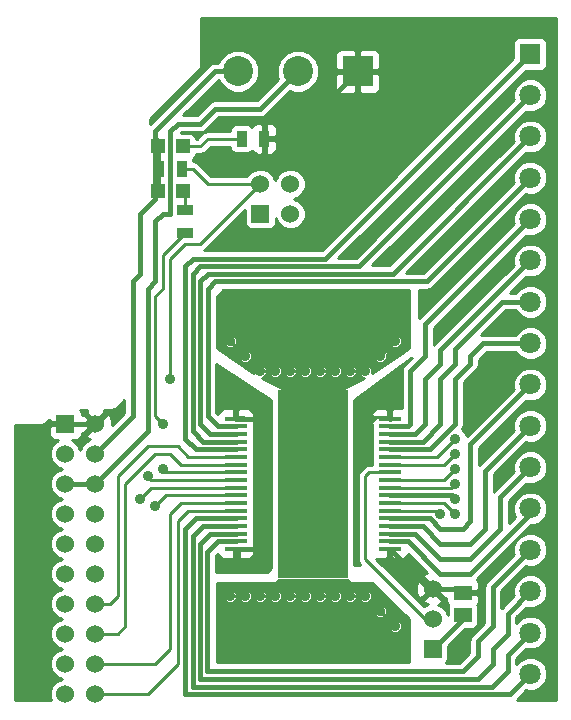
<source format=gtl>
G04 (created by PCBNEW (2013-07-07 BZR 4022)-stable) date 26/05/2014 16:51:26*
%MOIN*%
G04 Gerber Fmt 3.4, Leading zero omitted, Abs format*
%FSLAX34Y34*%
G01*
G70*
G90*
G04 APERTURE LIST*
%ADD10C,0.00590551*%
%ADD11R,0.035X0.055*%
%ADD12R,0.055X0.035*%
%ADD13R,0.06X0.06*%
%ADD14C,0.06*%
%ADD15R,0.23622X0.629921*%
%ADD16R,0.0728346X0.0177165*%
%ADD17R,0.0472X0.0472*%
%ADD18R,0.059X0.0512*%
%ADD19R,0.1X0.1*%
%ADD20C,0.1*%
%ADD21C,0.0708661*%
%ADD22R,0.0708661X0.0708661*%
%ADD23C,0.035*%
%ADD24C,0.01*%
%ADD25C,0.015748*%
G04 APERTURE END LIST*
G54D10*
G54D11*
X76625Y-40500D03*
X75875Y-40500D03*
G54D12*
X74000Y-42875D03*
X74000Y-43625D03*
G54D13*
X82250Y-57500D03*
G54D14*
X82250Y-56500D03*
X82250Y-55500D03*
G54D13*
X70000Y-50000D03*
G54D14*
X71000Y-50000D03*
X70000Y-51000D03*
X71000Y-51000D03*
X70000Y-52000D03*
X71000Y-52000D03*
X70000Y-53000D03*
X71000Y-53000D03*
X70000Y-54000D03*
X71000Y-54000D03*
X70000Y-55000D03*
X71000Y-55000D03*
X70000Y-56000D03*
X71000Y-56000D03*
X70000Y-57000D03*
X71000Y-57000D03*
X70000Y-58000D03*
X71000Y-58000D03*
X70000Y-59000D03*
X71000Y-59000D03*
G54D15*
X78250Y-52000D03*
G54D16*
X80809Y-54175D03*
X80809Y-53919D03*
X80809Y-53663D03*
X80809Y-53407D03*
X80809Y-53151D03*
X80809Y-52895D03*
X80809Y-52639D03*
X80809Y-52383D03*
X80809Y-52127D03*
X80809Y-51872D03*
X80809Y-51616D03*
X80809Y-51360D03*
X80809Y-51104D03*
X80809Y-50848D03*
X80809Y-50592D03*
X80809Y-50336D03*
X80809Y-50080D03*
X80809Y-49824D03*
X75690Y-49824D03*
X75690Y-50080D03*
X75690Y-50336D03*
X75690Y-50592D03*
X75690Y-50848D03*
X75690Y-51104D03*
X75690Y-51360D03*
X75690Y-51616D03*
X75690Y-51872D03*
X75690Y-52127D03*
X75690Y-52383D03*
X75690Y-52639D03*
X75690Y-52895D03*
X75690Y-53151D03*
X75690Y-53407D03*
X75690Y-53663D03*
X75690Y-53919D03*
X75690Y-54175D03*
G54D17*
X73087Y-40750D03*
X73913Y-40750D03*
X73087Y-42250D03*
X73913Y-42250D03*
G54D18*
X83250Y-56375D03*
X83250Y-55625D03*
G54D19*
X79750Y-38250D03*
G54D20*
X77750Y-38250D03*
X75750Y-38250D03*
G54D21*
X85500Y-58334D03*
X85500Y-56956D03*
G54D22*
X85500Y-37665D03*
G54D21*
X85500Y-39043D03*
X85500Y-40421D03*
X85500Y-41799D03*
X85500Y-43177D03*
X85500Y-44555D03*
X85500Y-45933D03*
X85500Y-47311D03*
X85500Y-48688D03*
X85500Y-50066D03*
X85500Y-51444D03*
X85500Y-52822D03*
X85500Y-54200D03*
X85500Y-55578D03*
G54D11*
X73125Y-41500D03*
X73875Y-41500D03*
G54D13*
X76500Y-43000D03*
G54D14*
X76500Y-42000D03*
X77500Y-43000D03*
X77500Y-42000D03*
G54D23*
X75500Y-47250D03*
X81000Y-47250D03*
X80500Y-47750D03*
X80000Y-48250D03*
X79500Y-48250D03*
X79000Y-48250D03*
X78500Y-48250D03*
X78000Y-48250D03*
X77500Y-48250D03*
X77000Y-48250D03*
X76500Y-48250D03*
X76000Y-47750D03*
X75500Y-55750D03*
X81000Y-56750D03*
X80500Y-56250D03*
X80000Y-55750D03*
X79500Y-55750D03*
X79000Y-55750D03*
X78500Y-55750D03*
X78000Y-55750D03*
X77500Y-55750D03*
X77000Y-55750D03*
X76500Y-55750D03*
X76000Y-55750D03*
X83000Y-52500D03*
X83000Y-51500D03*
X73250Y-50000D03*
X73250Y-51500D03*
X82500Y-53000D03*
X83000Y-53000D03*
X83000Y-51000D03*
X83000Y-50500D03*
X73500Y-48500D03*
X83000Y-52000D03*
X72500Y-52500D03*
X73000Y-52750D03*
X72750Y-51750D03*
X75750Y-54750D03*
X75500Y-49000D03*
X81000Y-49000D03*
G54D24*
X81000Y-47250D02*
X80500Y-47750D01*
X79500Y-48250D02*
X80000Y-48250D01*
X78500Y-48250D02*
X79000Y-48250D01*
X77500Y-48250D02*
X78000Y-48250D01*
X76500Y-48250D02*
X77000Y-48250D01*
X76000Y-47750D02*
X75500Y-47250D01*
X81000Y-56750D02*
X80500Y-56250D01*
X79500Y-55750D02*
X80000Y-55750D01*
X78500Y-55750D02*
X79000Y-55750D01*
X77500Y-55750D02*
X78000Y-55750D01*
X76500Y-55750D02*
X77000Y-55750D01*
X76000Y-55750D02*
X75500Y-55750D01*
G54D25*
X72250Y-49750D02*
X71000Y-51000D01*
X73000Y-42500D02*
X73000Y-40500D01*
X73000Y-42500D02*
X72500Y-43000D01*
X72500Y-43000D02*
X72500Y-45000D01*
X72500Y-45000D02*
X72250Y-45250D01*
X72250Y-45250D02*
X72250Y-49750D01*
X82883Y-52383D02*
X83000Y-52500D01*
X82883Y-52383D02*
X80809Y-52383D01*
X83250Y-56375D02*
X83250Y-56500D01*
X83250Y-56500D02*
X82250Y-57500D01*
X73087Y-40750D02*
X73087Y-40587D01*
X73087Y-40587D02*
X73000Y-40500D01*
X73087Y-40750D02*
X73087Y-41462D01*
X73087Y-41462D02*
X73125Y-41500D01*
X73087Y-42250D02*
X73087Y-41538D01*
X73087Y-41538D02*
X73125Y-41500D01*
X73000Y-40500D02*
X73000Y-40250D01*
X73000Y-40250D02*
X75000Y-38250D01*
X75000Y-38250D02*
X75750Y-38250D01*
X72750Y-50000D02*
X72750Y-50250D01*
X72750Y-50250D02*
X71000Y-52000D01*
X74500Y-40000D02*
X73750Y-40000D01*
X73500Y-40250D02*
X73500Y-43000D01*
X73750Y-40000D02*
X73500Y-40250D01*
X73500Y-43000D02*
X73250Y-43000D01*
X73000Y-43250D02*
X73000Y-44250D01*
X73250Y-43000D02*
X73000Y-43250D01*
X76500Y-39500D02*
X77750Y-38250D01*
X75000Y-39500D02*
X76500Y-39500D01*
X74500Y-40000D02*
X75000Y-39500D01*
X72750Y-50000D02*
X72750Y-45500D01*
X72750Y-45500D02*
X73000Y-45250D01*
X73000Y-45250D02*
X73000Y-44250D01*
X70000Y-52000D02*
X71000Y-52000D01*
G54D24*
X82627Y-51872D02*
X83000Y-51500D01*
X80809Y-51872D02*
X82627Y-51872D01*
X75690Y-51616D02*
X73366Y-51616D01*
X73250Y-44375D02*
X74000Y-43625D01*
X73250Y-45500D02*
X73250Y-44375D01*
X73000Y-45750D02*
X73250Y-45500D01*
X73000Y-49750D02*
X73000Y-45750D01*
X73250Y-50000D02*
X73000Y-49750D01*
X73366Y-51616D02*
X73250Y-51500D01*
X82395Y-52895D02*
X82500Y-53000D01*
X80809Y-52895D02*
X82395Y-52895D01*
X74000Y-51360D02*
X73860Y-51360D01*
X72000Y-52000D02*
X72000Y-52750D01*
X73000Y-51000D02*
X72000Y-52000D01*
X73500Y-51000D02*
X73000Y-51000D01*
X73860Y-51360D02*
X73500Y-51000D01*
X75690Y-51360D02*
X74000Y-51360D01*
X71750Y-57000D02*
X71000Y-57000D01*
X72000Y-52750D02*
X72000Y-56750D01*
X72000Y-56750D02*
X71750Y-57000D01*
X75690Y-52639D02*
X73860Y-52639D01*
X73000Y-58000D02*
X73500Y-57500D01*
X73500Y-57500D02*
X73500Y-53000D01*
X73000Y-58000D02*
X71000Y-58000D01*
X73860Y-52639D02*
X73500Y-53000D01*
X73750Y-53250D02*
X73750Y-58000D01*
X74104Y-52895D02*
X73750Y-53250D01*
X75690Y-52895D02*
X74104Y-52895D01*
X72750Y-59000D02*
X71000Y-59000D01*
X73750Y-58000D02*
X72750Y-59000D01*
X82639Y-52639D02*
X83000Y-53000D01*
X80809Y-52639D02*
X82639Y-52639D01*
X82639Y-51360D02*
X83000Y-51000D01*
X80809Y-51360D02*
X82639Y-51360D01*
X80809Y-51104D02*
X82395Y-51104D01*
X82395Y-51104D02*
X83000Y-50500D01*
X73250Y-50750D02*
X72750Y-50750D01*
X71750Y-51750D02*
X71750Y-52250D01*
X72750Y-50750D02*
X71750Y-51750D01*
X74250Y-51104D02*
X74104Y-51104D01*
X71750Y-52250D02*
X71750Y-52500D01*
X71500Y-56000D02*
X71000Y-56000D01*
X71750Y-52500D02*
X71750Y-55750D01*
X71750Y-55750D02*
X71500Y-56000D01*
X73750Y-50750D02*
X73250Y-50750D01*
X74104Y-51104D02*
X73750Y-50750D01*
X75690Y-51104D02*
X74250Y-51104D01*
G54D25*
X82500Y-54000D02*
X83500Y-54000D01*
X81907Y-53407D02*
X82500Y-54000D01*
X80809Y-53407D02*
X81907Y-53407D01*
X84000Y-51566D02*
X85500Y-50066D01*
X84000Y-53500D02*
X84000Y-51566D01*
X83500Y-54000D02*
X84000Y-53500D01*
X82500Y-54500D02*
X83500Y-54500D01*
X81663Y-53663D02*
X82500Y-54500D01*
X80809Y-53663D02*
X81663Y-53663D01*
X84500Y-52444D02*
X85500Y-51444D01*
X84500Y-53500D02*
X84500Y-52444D01*
X83500Y-54500D02*
X84500Y-53500D01*
X82000Y-49250D02*
X82000Y-48500D01*
X82000Y-48500D02*
X82500Y-48000D01*
X82000Y-50000D02*
X82000Y-49250D01*
X80809Y-50336D02*
X81663Y-50336D01*
X82500Y-47555D02*
X85500Y-44555D01*
X82500Y-48000D02*
X82500Y-47555D01*
X81663Y-50336D02*
X82000Y-50000D01*
X81500Y-49250D02*
X81500Y-48250D01*
X81500Y-48250D02*
X82000Y-47750D01*
X81500Y-50000D02*
X81500Y-49250D01*
X80809Y-50080D02*
X81419Y-50080D01*
X82000Y-46677D02*
X85500Y-43177D01*
X82000Y-47750D02*
X82000Y-46677D01*
X81419Y-50080D02*
X81500Y-50000D01*
X75690Y-50080D02*
X75080Y-50080D01*
X82049Y-45250D02*
X85500Y-41799D01*
X75000Y-45250D02*
X82049Y-45250D01*
X74750Y-45500D02*
X75000Y-45250D01*
X74750Y-49750D02*
X74750Y-45500D01*
X75080Y-50080D02*
X74750Y-49750D01*
X75690Y-50336D02*
X74836Y-50336D01*
X80921Y-45000D02*
X85500Y-40421D01*
X74750Y-45000D02*
X80921Y-45000D01*
X74500Y-45250D02*
X74750Y-45000D01*
X74500Y-50000D02*
X74500Y-45250D01*
X74836Y-50336D02*
X74500Y-50000D01*
X84250Y-57500D02*
X84750Y-57000D01*
X84750Y-57000D02*
X84750Y-56328D01*
X82578Y-58500D02*
X83750Y-58500D01*
X84250Y-58000D02*
X84250Y-57500D01*
X83750Y-58500D02*
X84250Y-58000D01*
X82250Y-58500D02*
X82578Y-58500D01*
X74836Y-53663D02*
X74500Y-54000D01*
X74500Y-54000D02*
X74500Y-58500D01*
X74500Y-58500D02*
X82250Y-58500D01*
X75690Y-53663D02*
X74836Y-53663D01*
X84750Y-56328D02*
X85500Y-55578D01*
X84250Y-56750D02*
X83750Y-57250D01*
X84000Y-57000D02*
X83750Y-57250D01*
X84250Y-56750D02*
X84250Y-56000D01*
X84000Y-57000D02*
X84250Y-56750D01*
X82000Y-58250D02*
X83250Y-58250D01*
X74737Y-58237D02*
X74750Y-58250D01*
X83750Y-57750D02*
X83750Y-57250D01*
X74737Y-54262D02*
X74737Y-58237D01*
X75080Y-53919D02*
X74737Y-54262D01*
X75690Y-53919D02*
X75080Y-53919D01*
X74750Y-58250D02*
X82000Y-58250D01*
X83250Y-58250D02*
X83750Y-57750D01*
X84250Y-55450D02*
X85500Y-54200D01*
X84250Y-56000D02*
X84250Y-55450D01*
X80809Y-53151D02*
X82151Y-53151D01*
X83500Y-50688D02*
X85500Y-48688D01*
X83500Y-53250D02*
X83500Y-50688D01*
X83250Y-53500D02*
X83500Y-53250D01*
X82500Y-53500D02*
X83250Y-53500D01*
X82151Y-53151D02*
X82500Y-53500D01*
X83000Y-49250D02*
X83000Y-48500D01*
X83000Y-48500D02*
X83500Y-48000D01*
X83000Y-50000D02*
X83000Y-49250D01*
X83938Y-47311D02*
X85500Y-47311D01*
X83500Y-47750D02*
X83938Y-47311D01*
X83500Y-48000D02*
X83500Y-47750D01*
X80809Y-50848D02*
X82151Y-50848D01*
X82151Y-50848D02*
X83000Y-50000D01*
X82500Y-49250D02*
X82500Y-48500D01*
X82500Y-48500D02*
X83000Y-48000D01*
X83000Y-48000D02*
X83000Y-47500D01*
X84566Y-45933D02*
X85500Y-45933D01*
X83000Y-47500D02*
X84566Y-45933D01*
X82500Y-50000D02*
X82500Y-49250D01*
X80809Y-50592D02*
X81907Y-50592D01*
X81907Y-50592D02*
X82500Y-50000D01*
X75690Y-50592D02*
X74592Y-50592D01*
X79793Y-44750D02*
X85500Y-39043D01*
X74500Y-44750D02*
X79793Y-44750D01*
X74250Y-45000D02*
X74500Y-44750D01*
X74250Y-50250D02*
X74250Y-45000D01*
X74592Y-50592D02*
X74250Y-50250D01*
X75690Y-50848D02*
X74348Y-50848D01*
X78665Y-44500D02*
X85500Y-37665D01*
X74250Y-44500D02*
X78665Y-44500D01*
X74000Y-44750D02*
X74250Y-44500D01*
X74000Y-50500D02*
X74000Y-44750D01*
X74348Y-50848D02*
X74000Y-50500D01*
X84250Y-59000D02*
X84834Y-59000D01*
X84834Y-59000D02*
X85500Y-58334D01*
X75690Y-53151D02*
X74348Y-53151D01*
X74000Y-59000D02*
X84250Y-59000D01*
X74000Y-53500D02*
X74000Y-59000D01*
X74348Y-53151D02*
X74000Y-53500D01*
X83728Y-58762D02*
X84237Y-58762D01*
X84750Y-57706D02*
X85500Y-56956D01*
X84750Y-58250D02*
X84750Y-57706D01*
X84237Y-58762D02*
X84750Y-58250D01*
X82500Y-58762D02*
X83728Y-58762D01*
X74592Y-53407D02*
X74250Y-53750D01*
X74250Y-53750D02*
X74250Y-58762D01*
X74250Y-58762D02*
X82500Y-58762D01*
X75690Y-53407D02*
X74592Y-53407D01*
X82500Y-55000D02*
X83500Y-55000D01*
X81419Y-53919D02*
X82500Y-55000D01*
X80809Y-53919D02*
X81419Y-53919D01*
X85500Y-53000D02*
X85500Y-52822D01*
X83500Y-55000D02*
X85500Y-53000D01*
G54D24*
X80809Y-51616D02*
X80133Y-51616D01*
X82000Y-56500D02*
X82250Y-56500D01*
X80000Y-54500D02*
X82000Y-56500D01*
X80000Y-51750D02*
X80000Y-54500D01*
X80133Y-51616D02*
X80000Y-51750D01*
X80809Y-52127D02*
X82872Y-52127D01*
X74500Y-44000D02*
X76500Y-42000D01*
X74000Y-44000D02*
X74500Y-44000D01*
X73500Y-44500D02*
X74000Y-44000D01*
X73500Y-48500D02*
X73500Y-44500D01*
X82872Y-52127D02*
X83000Y-52000D01*
X76500Y-42000D02*
X74750Y-42000D01*
X74750Y-42000D02*
X74250Y-41500D01*
X73875Y-41500D02*
X74250Y-41500D01*
X72872Y-52127D02*
X72500Y-52500D01*
X75690Y-52127D02*
X72872Y-52127D01*
X73366Y-52383D02*
X73000Y-52750D01*
X73366Y-52383D02*
X75690Y-52383D01*
X75690Y-51872D02*
X72872Y-51872D01*
X72872Y-51872D02*
X72750Y-51750D01*
G54D25*
X71000Y-50000D02*
X70000Y-50000D01*
X75690Y-54175D02*
X75690Y-54440D01*
X75690Y-54440D02*
X75690Y-54175D01*
X75690Y-54175D02*
X75750Y-54234D01*
X75750Y-54234D02*
X75750Y-54750D01*
X82250Y-55500D02*
X82133Y-55500D01*
X82133Y-55500D02*
X80809Y-54175D01*
X82250Y-55500D02*
X83125Y-55500D01*
X83125Y-55500D02*
X83250Y-55625D01*
X75690Y-49824D02*
X75690Y-49190D01*
X75690Y-49190D02*
X75500Y-49000D01*
X80809Y-49824D02*
X80809Y-49190D01*
X80809Y-49190D02*
X81000Y-49000D01*
X76625Y-40500D02*
X77500Y-40500D01*
X77500Y-40500D02*
X79750Y-38250D01*
X75690Y-49824D02*
X76324Y-49824D01*
X76324Y-54175D02*
X76500Y-54000D01*
X76500Y-54000D02*
X76500Y-50250D01*
X76324Y-54175D02*
X75690Y-54175D01*
X76500Y-50000D02*
X76500Y-50250D01*
X76324Y-49824D02*
X76500Y-50000D01*
G54D24*
X74000Y-42875D02*
X74000Y-42337D01*
X74000Y-42337D02*
X73913Y-42250D01*
X75875Y-40500D02*
X74750Y-40500D01*
X74500Y-40750D02*
X73913Y-40750D01*
X74750Y-40500D02*
X74500Y-40750D01*
G54D10*
G36*
X81450Y-47473D02*
X81225Y-47623D01*
X81225Y-47205D01*
X81190Y-47122D01*
X81127Y-47059D01*
X81044Y-47025D01*
X80955Y-47024D01*
X80872Y-47059D01*
X80809Y-47122D01*
X80775Y-47205D01*
X80774Y-47294D01*
X80786Y-47322D01*
X80572Y-47536D01*
X80544Y-47525D01*
X80455Y-47524D01*
X80372Y-47559D01*
X80309Y-47622D01*
X80275Y-47705D01*
X80274Y-47794D01*
X80309Y-47877D01*
X80372Y-47940D01*
X80455Y-47974D01*
X80544Y-47975D01*
X80627Y-47940D01*
X80690Y-47877D01*
X80724Y-47794D01*
X80725Y-47705D01*
X80713Y-47677D01*
X80927Y-47463D01*
X80955Y-47474D01*
X81044Y-47475D01*
X81127Y-47440D01*
X81190Y-47377D01*
X81224Y-47294D01*
X81225Y-47205D01*
X81225Y-47623D01*
X80224Y-48289D01*
X80225Y-48205D01*
X80190Y-48122D01*
X80127Y-48059D01*
X80044Y-48025D01*
X79955Y-48024D01*
X79872Y-48059D01*
X79809Y-48122D01*
X79797Y-48150D01*
X79702Y-48150D01*
X79690Y-48122D01*
X79627Y-48059D01*
X79544Y-48025D01*
X79455Y-48024D01*
X79372Y-48059D01*
X79309Y-48122D01*
X79275Y-48205D01*
X79274Y-48294D01*
X79309Y-48377D01*
X79372Y-48440D01*
X79455Y-48474D01*
X79544Y-48475D01*
X79627Y-48440D01*
X79690Y-48377D01*
X79702Y-48350D01*
X79797Y-48350D01*
X79809Y-48377D01*
X79872Y-48440D01*
X79945Y-48471D01*
X79287Y-48800D01*
X79225Y-48800D01*
X79225Y-48205D01*
X79190Y-48122D01*
X79127Y-48059D01*
X79044Y-48025D01*
X78955Y-48024D01*
X78872Y-48059D01*
X78809Y-48122D01*
X78797Y-48150D01*
X78702Y-48150D01*
X78690Y-48122D01*
X78627Y-48059D01*
X78544Y-48025D01*
X78455Y-48024D01*
X78372Y-48059D01*
X78309Y-48122D01*
X78275Y-48205D01*
X78274Y-48294D01*
X78309Y-48377D01*
X78372Y-48440D01*
X78455Y-48474D01*
X78544Y-48475D01*
X78627Y-48440D01*
X78690Y-48377D01*
X78702Y-48350D01*
X78797Y-48350D01*
X78809Y-48377D01*
X78872Y-48440D01*
X78955Y-48474D01*
X79044Y-48475D01*
X79127Y-48440D01*
X79190Y-48377D01*
X79224Y-48294D01*
X79225Y-48205D01*
X79225Y-48800D01*
X78225Y-48800D01*
X78225Y-48205D01*
X78190Y-48122D01*
X78127Y-48059D01*
X78044Y-48025D01*
X77955Y-48024D01*
X77872Y-48059D01*
X77809Y-48122D01*
X77797Y-48150D01*
X77702Y-48150D01*
X77690Y-48122D01*
X77627Y-48059D01*
X77544Y-48025D01*
X77455Y-48024D01*
X77372Y-48059D01*
X77309Y-48122D01*
X77275Y-48205D01*
X77274Y-48294D01*
X77309Y-48377D01*
X77372Y-48440D01*
X77455Y-48474D01*
X77544Y-48475D01*
X77627Y-48440D01*
X77690Y-48377D01*
X77702Y-48350D01*
X77797Y-48350D01*
X77809Y-48377D01*
X77872Y-48440D01*
X77955Y-48474D01*
X78044Y-48475D01*
X78127Y-48440D01*
X78190Y-48377D01*
X78224Y-48294D01*
X78225Y-48205D01*
X78225Y-48800D01*
X77212Y-48800D01*
X76554Y-48471D01*
X76627Y-48440D01*
X76690Y-48377D01*
X76702Y-48350D01*
X76797Y-48350D01*
X76809Y-48377D01*
X76872Y-48440D01*
X76955Y-48474D01*
X77044Y-48475D01*
X77127Y-48440D01*
X77190Y-48377D01*
X77224Y-48294D01*
X77225Y-48205D01*
X77190Y-48122D01*
X77127Y-48059D01*
X77044Y-48025D01*
X76955Y-48024D01*
X76872Y-48059D01*
X76809Y-48122D01*
X76797Y-48150D01*
X76702Y-48150D01*
X76690Y-48122D01*
X76627Y-48059D01*
X76544Y-48025D01*
X76455Y-48024D01*
X76372Y-48059D01*
X76309Y-48122D01*
X76275Y-48205D01*
X76274Y-48289D01*
X76225Y-48256D01*
X76225Y-47705D01*
X76190Y-47622D01*
X76127Y-47559D01*
X76044Y-47525D01*
X75955Y-47524D01*
X75927Y-47536D01*
X75713Y-47322D01*
X75724Y-47294D01*
X75725Y-47205D01*
X75690Y-47122D01*
X75627Y-47059D01*
X75544Y-47025D01*
X75455Y-47024D01*
X75372Y-47059D01*
X75309Y-47122D01*
X75275Y-47205D01*
X75274Y-47294D01*
X75309Y-47377D01*
X75372Y-47440D01*
X75455Y-47474D01*
X75544Y-47475D01*
X75572Y-47463D01*
X75786Y-47677D01*
X75775Y-47705D01*
X75774Y-47794D01*
X75809Y-47877D01*
X75872Y-47940D01*
X75955Y-47974D01*
X76044Y-47975D01*
X76127Y-47940D01*
X76190Y-47877D01*
X76224Y-47794D01*
X76225Y-47705D01*
X76225Y-48256D01*
X75050Y-47473D01*
X75050Y-46000D01*
X75050Y-45770D01*
X75270Y-45550D01*
X81450Y-45550D01*
X81450Y-46000D01*
X81450Y-47473D01*
X81450Y-47473D01*
G37*
G54D24*
X81450Y-47473D02*
X81225Y-47623D01*
X81225Y-47205D01*
X81190Y-47122D01*
X81127Y-47059D01*
X81044Y-47025D01*
X80955Y-47024D01*
X80872Y-47059D01*
X80809Y-47122D01*
X80775Y-47205D01*
X80774Y-47294D01*
X80786Y-47322D01*
X80572Y-47536D01*
X80544Y-47525D01*
X80455Y-47524D01*
X80372Y-47559D01*
X80309Y-47622D01*
X80275Y-47705D01*
X80274Y-47794D01*
X80309Y-47877D01*
X80372Y-47940D01*
X80455Y-47974D01*
X80544Y-47975D01*
X80627Y-47940D01*
X80690Y-47877D01*
X80724Y-47794D01*
X80725Y-47705D01*
X80713Y-47677D01*
X80927Y-47463D01*
X80955Y-47474D01*
X81044Y-47475D01*
X81127Y-47440D01*
X81190Y-47377D01*
X81224Y-47294D01*
X81225Y-47205D01*
X81225Y-47623D01*
X80224Y-48289D01*
X80225Y-48205D01*
X80190Y-48122D01*
X80127Y-48059D01*
X80044Y-48025D01*
X79955Y-48024D01*
X79872Y-48059D01*
X79809Y-48122D01*
X79797Y-48150D01*
X79702Y-48150D01*
X79690Y-48122D01*
X79627Y-48059D01*
X79544Y-48025D01*
X79455Y-48024D01*
X79372Y-48059D01*
X79309Y-48122D01*
X79275Y-48205D01*
X79274Y-48294D01*
X79309Y-48377D01*
X79372Y-48440D01*
X79455Y-48474D01*
X79544Y-48475D01*
X79627Y-48440D01*
X79690Y-48377D01*
X79702Y-48350D01*
X79797Y-48350D01*
X79809Y-48377D01*
X79872Y-48440D01*
X79945Y-48471D01*
X79287Y-48800D01*
X79225Y-48800D01*
X79225Y-48205D01*
X79190Y-48122D01*
X79127Y-48059D01*
X79044Y-48025D01*
X78955Y-48024D01*
X78872Y-48059D01*
X78809Y-48122D01*
X78797Y-48150D01*
X78702Y-48150D01*
X78690Y-48122D01*
X78627Y-48059D01*
X78544Y-48025D01*
X78455Y-48024D01*
X78372Y-48059D01*
X78309Y-48122D01*
X78275Y-48205D01*
X78274Y-48294D01*
X78309Y-48377D01*
X78372Y-48440D01*
X78455Y-48474D01*
X78544Y-48475D01*
X78627Y-48440D01*
X78690Y-48377D01*
X78702Y-48350D01*
X78797Y-48350D01*
X78809Y-48377D01*
X78872Y-48440D01*
X78955Y-48474D01*
X79044Y-48475D01*
X79127Y-48440D01*
X79190Y-48377D01*
X79224Y-48294D01*
X79225Y-48205D01*
X79225Y-48800D01*
X78225Y-48800D01*
X78225Y-48205D01*
X78190Y-48122D01*
X78127Y-48059D01*
X78044Y-48025D01*
X77955Y-48024D01*
X77872Y-48059D01*
X77809Y-48122D01*
X77797Y-48150D01*
X77702Y-48150D01*
X77690Y-48122D01*
X77627Y-48059D01*
X77544Y-48025D01*
X77455Y-48024D01*
X77372Y-48059D01*
X77309Y-48122D01*
X77275Y-48205D01*
X77274Y-48294D01*
X77309Y-48377D01*
X77372Y-48440D01*
X77455Y-48474D01*
X77544Y-48475D01*
X77627Y-48440D01*
X77690Y-48377D01*
X77702Y-48350D01*
X77797Y-48350D01*
X77809Y-48377D01*
X77872Y-48440D01*
X77955Y-48474D01*
X78044Y-48475D01*
X78127Y-48440D01*
X78190Y-48377D01*
X78224Y-48294D01*
X78225Y-48205D01*
X78225Y-48800D01*
X77212Y-48800D01*
X76554Y-48471D01*
X76627Y-48440D01*
X76690Y-48377D01*
X76702Y-48350D01*
X76797Y-48350D01*
X76809Y-48377D01*
X76872Y-48440D01*
X76955Y-48474D01*
X77044Y-48475D01*
X77127Y-48440D01*
X77190Y-48377D01*
X77224Y-48294D01*
X77225Y-48205D01*
X77190Y-48122D01*
X77127Y-48059D01*
X77044Y-48025D01*
X76955Y-48024D01*
X76872Y-48059D01*
X76809Y-48122D01*
X76797Y-48150D01*
X76702Y-48150D01*
X76690Y-48122D01*
X76627Y-48059D01*
X76544Y-48025D01*
X76455Y-48024D01*
X76372Y-48059D01*
X76309Y-48122D01*
X76275Y-48205D01*
X76274Y-48289D01*
X76225Y-48256D01*
X76225Y-47705D01*
X76190Y-47622D01*
X76127Y-47559D01*
X76044Y-47525D01*
X75955Y-47524D01*
X75927Y-47536D01*
X75713Y-47322D01*
X75724Y-47294D01*
X75725Y-47205D01*
X75690Y-47122D01*
X75627Y-47059D01*
X75544Y-47025D01*
X75455Y-47024D01*
X75372Y-47059D01*
X75309Y-47122D01*
X75275Y-47205D01*
X75274Y-47294D01*
X75309Y-47377D01*
X75372Y-47440D01*
X75455Y-47474D01*
X75544Y-47475D01*
X75572Y-47463D01*
X75786Y-47677D01*
X75775Y-47705D01*
X75774Y-47794D01*
X75809Y-47877D01*
X75872Y-47940D01*
X75955Y-47974D01*
X76044Y-47975D01*
X76127Y-47940D01*
X76190Y-47877D01*
X76224Y-47794D01*
X76225Y-47705D01*
X76225Y-48256D01*
X75050Y-47473D01*
X75050Y-46000D01*
X75050Y-45770D01*
X75270Y-45550D01*
X81450Y-45550D01*
X81450Y-46000D01*
X81450Y-47473D01*
G54D10*
G36*
X81450Y-57950D02*
X81225Y-57950D01*
X81225Y-56705D01*
X81190Y-56622D01*
X81127Y-56559D01*
X81044Y-56525D01*
X80955Y-56524D01*
X80927Y-56536D01*
X80713Y-56322D01*
X80724Y-56294D01*
X80725Y-56205D01*
X80690Y-56122D01*
X80627Y-56059D01*
X80544Y-56025D01*
X80455Y-56024D01*
X80372Y-56059D01*
X80309Y-56122D01*
X80275Y-56205D01*
X80274Y-56294D01*
X80309Y-56377D01*
X80372Y-56440D01*
X80455Y-56474D01*
X80544Y-56475D01*
X80572Y-56463D01*
X80786Y-56677D01*
X80775Y-56705D01*
X80774Y-56794D01*
X80809Y-56877D01*
X80872Y-56940D01*
X80955Y-56974D01*
X81044Y-56975D01*
X81127Y-56940D01*
X81190Y-56877D01*
X81224Y-56794D01*
X81225Y-56705D01*
X81225Y-57950D01*
X80225Y-57950D01*
X80225Y-55705D01*
X80190Y-55622D01*
X80127Y-55559D01*
X80044Y-55525D01*
X79955Y-55524D01*
X79872Y-55559D01*
X79809Y-55622D01*
X79797Y-55650D01*
X79702Y-55650D01*
X79690Y-55622D01*
X79627Y-55559D01*
X79544Y-55525D01*
X79455Y-55524D01*
X79372Y-55559D01*
X79309Y-55622D01*
X79275Y-55705D01*
X79274Y-55794D01*
X79309Y-55877D01*
X79372Y-55940D01*
X79455Y-55974D01*
X79544Y-55975D01*
X79627Y-55940D01*
X79690Y-55877D01*
X79702Y-55850D01*
X79797Y-55850D01*
X79809Y-55877D01*
X79872Y-55940D01*
X79955Y-55974D01*
X80044Y-55975D01*
X80127Y-55940D01*
X80190Y-55877D01*
X80224Y-55794D01*
X80225Y-55705D01*
X80225Y-57950D01*
X79225Y-57950D01*
X79225Y-55705D01*
X79190Y-55622D01*
X79127Y-55559D01*
X79044Y-55525D01*
X78955Y-55524D01*
X78872Y-55559D01*
X78809Y-55622D01*
X78797Y-55650D01*
X78702Y-55650D01*
X78690Y-55622D01*
X78627Y-55559D01*
X78544Y-55525D01*
X78455Y-55524D01*
X78372Y-55559D01*
X78309Y-55622D01*
X78275Y-55705D01*
X78274Y-55794D01*
X78309Y-55877D01*
X78372Y-55940D01*
X78455Y-55974D01*
X78544Y-55975D01*
X78627Y-55940D01*
X78690Y-55877D01*
X78702Y-55850D01*
X78797Y-55850D01*
X78809Y-55877D01*
X78872Y-55940D01*
X78955Y-55974D01*
X79044Y-55975D01*
X79127Y-55940D01*
X79190Y-55877D01*
X79224Y-55794D01*
X79225Y-55705D01*
X79225Y-57950D01*
X78225Y-57950D01*
X78225Y-55705D01*
X78190Y-55622D01*
X78127Y-55559D01*
X78044Y-55525D01*
X77955Y-55524D01*
X77872Y-55559D01*
X77809Y-55622D01*
X77797Y-55650D01*
X77702Y-55650D01*
X77690Y-55622D01*
X77627Y-55559D01*
X77544Y-55525D01*
X77455Y-55524D01*
X77372Y-55559D01*
X77309Y-55622D01*
X77275Y-55705D01*
X77274Y-55794D01*
X77309Y-55877D01*
X77372Y-55940D01*
X77455Y-55974D01*
X77544Y-55975D01*
X77627Y-55940D01*
X77690Y-55877D01*
X77702Y-55850D01*
X77797Y-55850D01*
X77809Y-55877D01*
X77872Y-55940D01*
X77955Y-55974D01*
X78044Y-55975D01*
X78127Y-55940D01*
X78190Y-55877D01*
X78224Y-55794D01*
X78225Y-55705D01*
X78225Y-57950D01*
X77225Y-57950D01*
X77225Y-55705D01*
X77190Y-55622D01*
X77127Y-55559D01*
X77044Y-55525D01*
X76955Y-55524D01*
X76872Y-55559D01*
X76809Y-55622D01*
X76797Y-55650D01*
X76702Y-55650D01*
X76690Y-55622D01*
X76627Y-55559D01*
X76544Y-55525D01*
X76455Y-55524D01*
X76372Y-55559D01*
X76309Y-55622D01*
X76275Y-55705D01*
X76274Y-55794D01*
X76309Y-55877D01*
X76372Y-55940D01*
X76455Y-55974D01*
X76544Y-55975D01*
X76627Y-55940D01*
X76690Y-55877D01*
X76702Y-55850D01*
X76797Y-55850D01*
X76809Y-55877D01*
X76872Y-55940D01*
X76955Y-55974D01*
X77044Y-55975D01*
X77127Y-55940D01*
X77190Y-55877D01*
X77224Y-55794D01*
X77225Y-55705D01*
X77225Y-57950D01*
X76225Y-57950D01*
X76225Y-55705D01*
X76190Y-55622D01*
X76127Y-55559D01*
X76044Y-55525D01*
X75955Y-55524D01*
X75872Y-55559D01*
X75809Y-55622D01*
X75797Y-55650D01*
X75702Y-55650D01*
X75690Y-55622D01*
X75627Y-55559D01*
X75544Y-55525D01*
X75455Y-55524D01*
X75372Y-55559D01*
X75309Y-55622D01*
X75275Y-55705D01*
X75274Y-55794D01*
X75309Y-55877D01*
X75372Y-55940D01*
X75455Y-55974D01*
X75544Y-55975D01*
X75627Y-55940D01*
X75690Y-55877D01*
X75702Y-55850D01*
X75797Y-55850D01*
X75809Y-55877D01*
X75872Y-55940D01*
X75955Y-55974D01*
X76044Y-55975D01*
X76127Y-55940D01*
X76190Y-55877D01*
X76224Y-55794D01*
X76225Y-55705D01*
X76225Y-57950D01*
X75250Y-57950D01*
X75050Y-57950D01*
X75050Y-55300D01*
X75250Y-55300D01*
X77020Y-55300D01*
X77121Y-55199D01*
X79378Y-55199D01*
X79479Y-55300D01*
X80229Y-55300D01*
X81450Y-56520D01*
X81450Y-57950D01*
X81450Y-57950D01*
G37*
G54D24*
X81450Y-57950D02*
X81225Y-57950D01*
X81225Y-56705D01*
X81190Y-56622D01*
X81127Y-56559D01*
X81044Y-56525D01*
X80955Y-56524D01*
X80927Y-56536D01*
X80713Y-56322D01*
X80724Y-56294D01*
X80725Y-56205D01*
X80690Y-56122D01*
X80627Y-56059D01*
X80544Y-56025D01*
X80455Y-56024D01*
X80372Y-56059D01*
X80309Y-56122D01*
X80275Y-56205D01*
X80274Y-56294D01*
X80309Y-56377D01*
X80372Y-56440D01*
X80455Y-56474D01*
X80544Y-56475D01*
X80572Y-56463D01*
X80786Y-56677D01*
X80775Y-56705D01*
X80774Y-56794D01*
X80809Y-56877D01*
X80872Y-56940D01*
X80955Y-56974D01*
X81044Y-56975D01*
X81127Y-56940D01*
X81190Y-56877D01*
X81224Y-56794D01*
X81225Y-56705D01*
X81225Y-57950D01*
X80225Y-57950D01*
X80225Y-55705D01*
X80190Y-55622D01*
X80127Y-55559D01*
X80044Y-55525D01*
X79955Y-55524D01*
X79872Y-55559D01*
X79809Y-55622D01*
X79797Y-55650D01*
X79702Y-55650D01*
X79690Y-55622D01*
X79627Y-55559D01*
X79544Y-55525D01*
X79455Y-55524D01*
X79372Y-55559D01*
X79309Y-55622D01*
X79275Y-55705D01*
X79274Y-55794D01*
X79309Y-55877D01*
X79372Y-55940D01*
X79455Y-55974D01*
X79544Y-55975D01*
X79627Y-55940D01*
X79690Y-55877D01*
X79702Y-55850D01*
X79797Y-55850D01*
X79809Y-55877D01*
X79872Y-55940D01*
X79955Y-55974D01*
X80044Y-55975D01*
X80127Y-55940D01*
X80190Y-55877D01*
X80224Y-55794D01*
X80225Y-55705D01*
X80225Y-57950D01*
X79225Y-57950D01*
X79225Y-55705D01*
X79190Y-55622D01*
X79127Y-55559D01*
X79044Y-55525D01*
X78955Y-55524D01*
X78872Y-55559D01*
X78809Y-55622D01*
X78797Y-55650D01*
X78702Y-55650D01*
X78690Y-55622D01*
X78627Y-55559D01*
X78544Y-55525D01*
X78455Y-55524D01*
X78372Y-55559D01*
X78309Y-55622D01*
X78275Y-55705D01*
X78274Y-55794D01*
X78309Y-55877D01*
X78372Y-55940D01*
X78455Y-55974D01*
X78544Y-55975D01*
X78627Y-55940D01*
X78690Y-55877D01*
X78702Y-55850D01*
X78797Y-55850D01*
X78809Y-55877D01*
X78872Y-55940D01*
X78955Y-55974D01*
X79044Y-55975D01*
X79127Y-55940D01*
X79190Y-55877D01*
X79224Y-55794D01*
X79225Y-55705D01*
X79225Y-57950D01*
X78225Y-57950D01*
X78225Y-55705D01*
X78190Y-55622D01*
X78127Y-55559D01*
X78044Y-55525D01*
X77955Y-55524D01*
X77872Y-55559D01*
X77809Y-55622D01*
X77797Y-55650D01*
X77702Y-55650D01*
X77690Y-55622D01*
X77627Y-55559D01*
X77544Y-55525D01*
X77455Y-55524D01*
X77372Y-55559D01*
X77309Y-55622D01*
X77275Y-55705D01*
X77274Y-55794D01*
X77309Y-55877D01*
X77372Y-55940D01*
X77455Y-55974D01*
X77544Y-55975D01*
X77627Y-55940D01*
X77690Y-55877D01*
X77702Y-55850D01*
X77797Y-55850D01*
X77809Y-55877D01*
X77872Y-55940D01*
X77955Y-55974D01*
X78044Y-55975D01*
X78127Y-55940D01*
X78190Y-55877D01*
X78224Y-55794D01*
X78225Y-55705D01*
X78225Y-57950D01*
X77225Y-57950D01*
X77225Y-55705D01*
X77190Y-55622D01*
X77127Y-55559D01*
X77044Y-55525D01*
X76955Y-55524D01*
X76872Y-55559D01*
X76809Y-55622D01*
X76797Y-55650D01*
X76702Y-55650D01*
X76690Y-55622D01*
X76627Y-55559D01*
X76544Y-55525D01*
X76455Y-55524D01*
X76372Y-55559D01*
X76309Y-55622D01*
X76275Y-55705D01*
X76274Y-55794D01*
X76309Y-55877D01*
X76372Y-55940D01*
X76455Y-55974D01*
X76544Y-55975D01*
X76627Y-55940D01*
X76690Y-55877D01*
X76702Y-55850D01*
X76797Y-55850D01*
X76809Y-55877D01*
X76872Y-55940D01*
X76955Y-55974D01*
X77044Y-55975D01*
X77127Y-55940D01*
X77190Y-55877D01*
X77224Y-55794D01*
X77225Y-55705D01*
X77225Y-57950D01*
X76225Y-57950D01*
X76225Y-55705D01*
X76190Y-55622D01*
X76127Y-55559D01*
X76044Y-55525D01*
X75955Y-55524D01*
X75872Y-55559D01*
X75809Y-55622D01*
X75797Y-55650D01*
X75702Y-55650D01*
X75690Y-55622D01*
X75627Y-55559D01*
X75544Y-55525D01*
X75455Y-55524D01*
X75372Y-55559D01*
X75309Y-55622D01*
X75275Y-55705D01*
X75274Y-55794D01*
X75309Y-55877D01*
X75372Y-55940D01*
X75455Y-55974D01*
X75544Y-55975D01*
X75627Y-55940D01*
X75690Y-55877D01*
X75702Y-55850D01*
X75797Y-55850D01*
X75809Y-55877D01*
X75872Y-55940D01*
X75955Y-55974D01*
X76044Y-55975D01*
X76127Y-55940D01*
X76190Y-55877D01*
X76224Y-55794D01*
X76225Y-55705D01*
X76225Y-57950D01*
X75250Y-57950D01*
X75050Y-57950D01*
X75050Y-55300D01*
X75250Y-55300D01*
X77020Y-55300D01*
X77121Y-55199D01*
X79378Y-55199D01*
X79479Y-55300D01*
X80229Y-55300D01*
X81450Y-56520D01*
X81450Y-57950D01*
G54D10*
G36*
X70057Y-50050D02*
X70050Y-50050D01*
X70050Y-50057D01*
X69950Y-50057D01*
X69950Y-50050D01*
X69512Y-50050D01*
X69450Y-50112D01*
X69449Y-50349D01*
X69487Y-50441D01*
X69558Y-50511D01*
X69650Y-50549D01*
X69749Y-50550D01*
X69760Y-50550D01*
X69712Y-50569D01*
X69570Y-50712D01*
X69492Y-50898D01*
X69492Y-51100D01*
X69569Y-51287D01*
X69712Y-51429D01*
X69880Y-51500D01*
X69712Y-51569D01*
X69570Y-51712D01*
X69492Y-51898D01*
X69492Y-52100D01*
X69569Y-52287D01*
X69712Y-52429D01*
X69880Y-52500D01*
X69712Y-52569D01*
X69570Y-52712D01*
X69492Y-52898D01*
X69492Y-53100D01*
X69569Y-53287D01*
X69712Y-53429D01*
X69880Y-53500D01*
X69712Y-53569D01*
X69570Y-53712D01*
X69492Y-53898D01*
X69492Y-54100D01*
X69569Y-54287D01*
X69712Y-54429D01*
X69880Y-54500D01*
X69712Y-54569D01*
X69570Y-54712D01*
X69492Y-54898D01*
X69492Y-55100D01*
X69569Y-55287D01*
X69712Y-55429D01*
X69880Y-55500D01*
X69712Y-55569D01*
X69570Y-55712D01*
X69492Y-55898D01*
X69492Y-56100D01*
X69569Y-56287D01*
X69712Y-56429D01*
X69880Y-56500D01*
X69712Y-56569D01*
X69570Y-56712D01*
X69492Y-56898D01*
X69492Y-57100D01*
X69569Y-57287D01*
X69712Y-57429D01*
X69880Y-57500D01*
X69712Y-57569D01*
X69570Y-57712D01*
X69492Y-57898D01*
X69492Y-58100D01*
X69569Y-58287D01*
X69712Y-58429D01*
X69880Y-58500D01*
X69712Y-58569D01*
X69570Y-58712D01*
X69492Y-58898D01*
X69492Y-59100D01*
X69530Y-59192D01*
X68327Y-59192D01*
X68327Y-50027D01*
X69199Y-50027D01*
X69200Y-50027D01*
X69200Y-50027D01*
X69286Y-50009D01*
X69360Y-49960D01*
X69449Y-49871D01*
X69450Y-49887D01*
X69512Y-49950D01*
X69950Y-49950D01*
X69950Y-49942D01*
X70050Y-49942D01*
X70050Y-49950D01*
X70057Y-49950D01*
X70057Y-50050D01*
X70057Y-50050D01*
G37*
G54D24*
X70057Y-50050D02*
X70050Y-50050D01*
X70050Y-50057D01*
X69950Y-50057D01*
X69950Y-50050D01*
X69512Y-50050D01*
X69450Y-50112D01*
X69449Y-50349D01*
X69487Y-50441D01*
X69558Y-50511D01*
X69650Y-50549D01*
X69749Y-50550D01*
X69760Y-50550D01*
X69712Y-50569D01*
X69570Y-50712D01*
X69492Y-50898D01*
X69492Y-51100D01*
X69569Y-51287D01*
X69712Y-51429D01*
X69880Y-51500D01*
X69712Y-51569D01*
X69570Y-51712D01*
X69492Y-51898D01*
X69492Y-52100D01*
X69569Y-52287D01*
X69712Y-52429D01*
X69880Y-52500D01*
X69712Y-52569D01*
X69570Y-52712D01*
X69492Y-52898D01*
X69492Y-53100D01*
X69569Y-53287D01*
X69712Y-53429D01*
X69880Y-53500D01*
X69712Y-53569D01*
X69570Y-53712D01*
X69492Y-53898D01*
X69492Y-54100D01*
X69569Y-54287D01*
X69712Y-54429D01*
X69880Y-54500D01*
X69712Y-54569D01*
X69570Y-54712D01*
X69492Y-54898D01*
X69492Y-55100D01*
X69569Y-55287D01*
X69712Y-55429D01*
X69880Y-55500D01*
X69712Y-55569D01*
X69570Y-55712D01*
X69492Y-55898D01*
X69492Y-56100D01*
X69569Y-56287D01*
X69712Y-56429D01*
X69880Y-56500D01*
X69712Y-56569D01*
X69570Y-56712D01*
X69492Y-56898D01*
X69492Y-57100D01*
X69569Y-57287D01*
X69712Y-57429D01*
X69880Y-57500D01*
X69712Y-57569D01*
X69570Y-57712D01*
X69492Y-57898D01*
X69492Y-58100D01*
X69569Y-58287D01*
X69712Y-58429D01*
X69880Y-58500D01*
X69712Y-58569D01*
X69570Y-58712D01*
X69492Y-58898D01*
X69492Y-59100D01*
X69530Y-59192D01*
X68327Y-59192D01*
X68327Y-50027D01*
X69199Y-50027D01*
X69200Y-50027D01*
X69200Y-50027D01*
X69286Y-50009D01*
X69360Y-49960D01*
X69449Y-49871D01*
X69450Y-49887D01*
X69512Y-49950D01*
X69950Y-49950D01*
X69950Y-49942D01*
X70050Y-49942D01*
X70050Y-49950D01*
X70057Y-49950D01*
X70057Y-50050D01*
G54D10*
G36*
X71963Y-49631D02*
X71552Y-50042D01*
X71543Y-49863D01*
X71481Y-49712D01*
X71385Y-49684D01*
X71070Y-50000D01*
X71076Y-50005D01*
X71005Y-50076D01*
X71000Y-50070D01*
X70684Y-50385D01*
X70712Y-50481D01*
X70827Y-50522D01*
X70712Y-50569D01*
X70570Y-50712D01*
X70499Y-50880D01*
X70430Y-50712D01*
X70287Y-50570D01*
X70239Y-50550D01*
X70250Y-50550D01*
X70349Y-50549D01*
X70441Y-50511D01*
X70512Y-50441D01*
X70550Y-50349D01*
X70550Y-50296D01*
X70614Y-50315D01*
X70929Y-50000D01*
X70614Y-49684D01*
X70550Y-49703D01*
X70550Y-49650D01*
X70512Y-49558D01*
X70480Y-49527D01*
X70709Y-49527D01*
X70684Y-49614D01*
X71000Y-49929D01*
X71315Y-49614D01*
X71290Y-49527D01*
X71549Y-49527D01*
X71550Y-49527D01*
X71550Y-49527D01*
X71636Y-49509D01*
X71710Y-49460D01*
X71963Y-49207D01*
X71963Y-49631D01*
X71963Y-49631D01*
G37*
G54D24*
X71963Y-49631D02*
X71552Y-50042D01*
X71543Y-49863D01*
X71481Y-49712D01*
X71385Y-49684D01*
X71070Y-50000D01*
X71076Y-50005D01*
X71005Y-50076D01*
X71000Y-50070D01*
X70684Y-50385D01*
X70712Y-50481D01*
X70827Y-50522D01*
X70712Y-50569D01*
X70570Y-50712D01*
X70499Y-50880D01*
X70430Y-50712D01*
X70287Y-50570D01*
X70239Y-50550D01*
X70250Y-50550D01*
X70349Y-50549D01*
X70441Y-50511D01*
X70512Y-50441D01*
X70550Y-50349D01*
X70550Y-50296D01*
X70614Y-50315D01*
X70929Y-50000D01*
X70614Y-49684D01*
X70550Y-49703D01*
X70550Y-49650D01*
X70512Y-49558D01*
X70480Y-49527D01*
X70709Y-49527D01*
X70684Y-49614D01*
X71000Y-49929D01*
X71315Y-49614D01*
X71290Y-49527D01*
X71549Y-49527D01*
X71550Y-49527D01*
X71550Y-49527D01*
X71636Y-49509D01*
X71710Y-49460D01*
X71963Y-49207D01*
X71963Y-49631D01*
G54D10*
G36*
X76861Y-54817D02*
X76729Y-54950D01*
X76300Y-54950D01*
X76250Y-54950D01*
X75023Y-54950D01*
X75023Y-54381D01*
X75080Y-54323D01*
X75114Y-54405D01*
X75185Y-54475D01*
X75277Y-54513D01*
X75578Y-54513D01*
X75640Y-54451D01*
X75640Y-54219D01*
X75633Y-54219D01*
X75633Y-54215D01*
X75950Y-54215D01*
X75950Y-54219D01*
X75740Y-54219D01*
X75740Y-54451D01*
X75803Y-54513D01*
X76104Y-54513D01*
X76196Y-54475D01*
X76266Y-54405D01*
X76300Y-54325D01*
X76305Y-54313D01*
X76305Y-54281D01*
X76300Y-54276D01*
X76300Y-54073D01*
X76305Y-54068D01*
X76305Y-54036D01*
X76300Y-54024D01*
X76300Y-49975D01*
X76305Y-49963D01*
X76305Y-49931D01*
X76300Y-49926D01*
X76300Y-49723D01*
X76305Y-49718D01*
X76305Y-49686D01*
X76266Y-49594D01*
X76196Y-49524D01*
X76104Y-49486D01*
X75803Y-49486D01*
X75740Y-49548D01*
X75740Y-49780D01*
X75950Y-49780D01*
X75950Y-49784D01*
X75633Y-49784D01*
X75633Y-49780D01*
X75640Y-49780D01*
X75640Y-49548D01*
X75578Y-49486D01*
X75277Y-49486D01*
X75185Y-49524D01*
X75114Y-49594D01*
X75080Y-49676D01*
X75036Y-49631D01*
X75036Y-48000D01*
X76861Y-49217D01*
X76861Y-54817D01*
X76861Y-54817D01*
G37*
G54D24*
X76861Y-54817D02*
X76729Y-54950D01*
X76300Y-54950D01*
X76250Y-54950D01*
X75023Y-54950D01*
X75023Y-54381D01*
X75080Y-54323D01*
X75114Y-54405D01*
X75185Y-54475D01*
X75277Y-54513D01*
X75578Y-54513D01*
X75640Y-54451D01*
X75640Y-54219D01*
X75633Y-54219D01*
X75633Y-54215D01*
X75950Y-54215D01*
X75950Y-54219D01*
X75740Y-54219D01*
X75740Y-54451D01*
X75803Y-54513D01*
X76104Y-54513D01*
X76196Y-54475D01*
X76266Y-54405D01*
X76300Y-54325D01*
X76305Y-54313D01*
X76305Y-54281D01*
X76300Y-54276D01*
X76300Y-54073D01*
X76305Y-54068D01*
X76305Y-54036D01*
X76300Y-54024D01*
X76300Y-49975D01*
X76305Y-49963D01*
X76305Y-49931D01*
X76300Y-49926D01*
X76300Y-49723D01*
X76305Y-49718D01*
X76305Y-49686D01*
X76266Y-49594D01*
X76196Y-49524D01*
X76104Y-49486D01*
X75803Y-49486D01*
X75740Y-49548D01*
X75740Y-49780D01*
X75950Y-49780D01*
X75950Y-49784D01*
X75633Y-49784D01*
X75633Y-49780D01*
X75640Y-49780D01*
X75640Y-49548D01*
X75578Y-49486D01*
X75277Y-49486D01*
X75185Y-49524D01*
X75114Y-49594D01*
X75080Y-49676D01*
X75036Y-49631D01*
X75036Y-48000D01*
X76861Y-49217D01*
X76861Y-54817D01*
G54D10*
G36*
X81545Y-47800D02*
X81297Y-48047D01*
X81235Y-48140D01*
X81231Y-48158D01*
X81213Y-48250D01*
X81213Y-48250D01*
X81213Y-49250D01*
X81213Y-49486D01*
X80921Y-49486D01*
X80859Y-49548D01*
X80859Y-49780D01*
X80866Y-49780D01*
X80866Y-49784D01*
X80759Y-49784D01*
X80759Y-49780D01*
X80759Y-49548D01*
X80696Y-49486D01*
X80395Y-49486D01*
X80303Y-49524D01*
X80233Y-49594D01*
X80194Y-49686D01*
X80194Y-49718D01*
X80257Y-49780D01*
X80759Y-49780D01*
X80759Y-49784D01*
X80403Y-49784D01*
X80327Y-49816D01*
X80274Y-49869D01*
X80257Y-49869D01*
X80194Y-49931D01*
X80194Y-49963D01*
X80233Y-50055D01*
X80237Y-50059D01*
X80237Y-50210D01*
X80237Y-50210D01*
X80237Y-50289D01*
X80237Y-50466D01*
X80237Y-50466D01*
X80237Y-50545D01*
X80237Y-50722D01*
X80237Y-50722D01*
X80237Y-50800D01*
X80237Y-50978D01*
X80237Y-50978D01*
X80237Y-51056D01*
X80237Y-51234D01*
X80237Y-51234D01*
X80237Y-51312D01*
X80237Y-51358D01*
X80133Y-51358D01*
X80035Y-51378D01*
X79951Y-51434D01*
X79951Y-51434D01*
X79817Y-51567D01*
X79762Y-51651D01*
X79742Y-51750D01*
X79742Y-54500D01*
X79762Y-54598D01*
X79817Y-54682D01*
X79835Y-54700D01*
X79638Y-54700D01*
X79638Y-49208D01*
X81516Y-47800D01*
X81545Y-47800D01*
X81545Y-47800D01*
G37*
G54D24*
X81545Y-47800D02*
X81297Y-48047D01*
X81235Y-48140D01*
X81231Y-48158D01*
X81213Y-48250D01*
X81213Y-48250D01*
X81213Y-49250D01*
X81213Y-49486D01*
X80921Y-49486D01*
X80859Y-49548D01*
X80859Y-49780D01*
X80866Y-49780D01*
X80866Y-49784D01*
X80759Y-49784D01*
X80759Y-49780D01*
X80759Y-49548D01*
X80696Y-49486D01*
X80395Y-49486D01*
X80303Y-49524D01*
X80233Y-49594D01*
X80194Y-49686D01*
X80194Y-49718D01*
X80257Y-49780D01*
X80759Y-49780D01*
X80759Y-49784D01*
X80403Y-49784D01*
X80327Y-49816D01*
X80274Y-49869D01*
X80257Y-49869D01*
X80194Y-49931D01*
X80194Y-49963D01*
X80233Y-50055D01*
X80237Y-50059D01*
X80237Y-50210D01*
X80237Y-50210D01*
X80237Y-50289D01*
X80237Y-50466D01*
X80237Y-50466D01*
X80237Y-50545D01*
X80237Y-50722D01*
X80237Y-50722D01*
X80237Y-50800D01*
X80237Y-50978D01*
X80237Y-50978D01*
X80237Y-51056D01*
X80237Y-51234D01*
X80237Y-51234D01*
X80237Y-51312D01*
X80237Y-51358D01*
X80133Y-51358D01*
X80035Y-51378D01*
X79951Y-51434D01*
X79951Y-51434D01*
X79817Y-51567D01*
X79762Y-51651D01*
X79742Y-51750D01*
X79742Y-54500D01*
X79762Y-54598D01*
X79817Y-54682D01*
X79835Y-54700D01*
X79638Y-54700D01*
X79638Y-49208D01*
X81516Y-47800D01*
X81545Y-47800D01*
G54D10*
G36*
X82762Y-56041D02*
X82747Y-56077D01*
X82747Y-56160D01*
X82747Y-56375D01*
X82680Y-56212D01*
X82537Y-56070D01*
X82430Y-56025D01*
X82537Y-55981D01*
X82565Y-55885D01*
X82250Y-55570D01*
X82179Y-55641D01*
X82179Y-55500D01*
X81864Y-55184D01*
X81768Y-55212D01*
X81695Y-55418D01*
X81706Y-55636D01*
X81768Y-55787D01*
X81864Y-55815D01*
X82179Y-55500D01*
X82179Y-55641D01*
X81934Y-55885D01*
X81962Y-55981D01*
X82077Y-56022D01*
X81962Y-56069D01*
X81948Y-56084D01*
X80365Y-54501D01*
X80395Y-54513D01*
X80696Y-54513D01*
X80759Y-54451D01*
X80759Y-54219D01*
X80751Y-54219D01*
X80751Y-54215D01*
X80866Y-54215D01*
X80866Y-54219D01*
X80859Y-54219D01*
X80859Y-54451D01*
X80921Y-54513D01*
X81222Y-54513D01*
X81314Y-54475D01*
X81385Y-54405D01*
X81419Y-54323D01*
X82069Y-54974D01*
X81962Y-55018D01*
X81934Y-55114D01*
X82250Y-55429D01*
X82255Y-55423D01*
X82326Y-55494D01*
X82320Y-55500D01*
X82635Y-55815D01*
X82704Y-55795D01*
X82704Y-55930D01*
X82742Y-56022D01*
X82762Y-56041D01*
X82762Y-56041D01*
G37*
G54D24*
X82762Y-56041D02*
X82747Y-56077D01*
X82747Y-56160D01*
X82747Y-56375D01*
X82680Y-56212D01*
X82537Y-56070D01*
X82430Y-56025D01*
X82537Y-55981D01*
X82565Y-55885D01*
X82250Y-55570D01*
X82179Y-55641D01*
X82179Y-55500D01*
X81864Y-55184D01*
X81768Y-55212D01*
X81695Y-55418D01*
X81706Y-55636D01*
X81768Y-55787D01*
X81864Y-55815D01*
X82179Y-55500D01*
X82179Y-55641D01*
X81934Y-55885D01*
X81962Y-55981D01*
X82077Y-56022D01*
X81962Y-56069D01*
X81948Y-56084D01*
X80365Y-54501D01*
X80395Y-54513D01*
X80696Y-54513D01*
X80759Y-54451D01*
X80759Y-54219D01*
X80751Y-54219D01*
X80751Y-54215D01*
X80866Y-54215D01*
X80866Y-54219D01*
X80859Y-54219D01*
X80859Y-54451D01*
X80921Y-54513D01*
X81222Y-54513D01*
X81314Y-54475D01*
X81385Y-54405D01*
X81419Y-54323D01*
X82069Y-54974D01*
X81962Y-55018D01*
X81934Y-55114D01*
X82250Y-55429D01*
X82255Y-55423D01*
X82326Y-55494D01*
X82320Y-55500D01*
X82635Y-55815D01*
X82704Y-55795D01*
X82704Y-55930D01*
X82742Y-56022D01*
X82762Y-56041D01*
G54D10*
G36*
X86356Y-59192D02*
X85046Y-59192D01*
X85356Y-58883D01*
X85387Y-58896D01*
X85611Y-58896D01*
X85817Y-58811D01*
X85976Y-58653D01*
X86061Y-58446D01*
X86061Y-58223D01*
X85976Y-58016D01*
X85818Y-57858D01*
X85612Y-57772D01*
X85388Y-57772D01*
X85182Y-57858D01*
X85036Y-58003D01*
X85036Y-57825D01*
X85356Y-57505D01*
X85387Y-57518D01*
X85611Y-57518D01*
X85817Y-57433D01*
X85976Y-57275D01*
X86061Y-57068D01*
X86061Y-56845D01*
X85976Y-56638D01*
X85818Y-56480D01*
X85612Y-56394D01*
X85388Y-56394D01*
X85182Y-56480D01*
X85036Y-56625D01*
X85036Y-56447D01*
X85356Y-56127D01*
X85387Y-56140D01*
X85611Y-56140D01*
X85817Y-56055D01*
X85976Y-55897D01*
X86061Y-55690D01*
X86061Y-55467D01*
X85976Y-55260D01*
X85818Y-55102D01*
X85612Y-55017D01*
X85388Y-55016D01*
X85182Y-55102D01*
X85023Y-55260D01*
X84938Y-55466D01*
X84938Y-55690D01*
X84951Y-55722D01*
X84547Y-56126D01*
X84536Y-56143D01*
X84536Y-56000D01*
X84536Y-55569D01*
X85356Y-54749D01*
X85387Y-54762D01*
X85611Y-54762D01*
X85817Y-54677D01*
X85976Y-54519D01*
X86061Y-54313D01*
X86061Y-54089D01*
X85976Y-53882D01*
X85818Y-53724D01*
X85612Y-53639D01*
X85388Y-53638D01*
X85182Y-53724D01*
X85023Y-53882D01*
X84938Y-54088D01*
X84938Y-54312D01*
X84951Y-54344D01*
X84047Y-55248D01*
X83985Y-55341D01*
X83981Y-55359D01*
X83963Y-55450D01*
X83963Y-55450D01*
X83963Y-56000D01*
X83963Y-56631D01*
X83797Y-56797D01*
X83797Y-56797D01*
X83797Y-56797D01*
X83547Y-57047D01*
X83485Y-57140D01*
X83481Y-57158D01*
X83463Y-57250D01*
X83463Y-57250D01*
X83463Y-57631D01*
X83131Y-57963D01*
X82679Y-57963D01*
X82725Y-57917D01*
X82757Y-57841D01*
X82757Y-57758D01*
X82757Y-57397D01*
X83316Y-56838D01*
X83586Y-56838D01*
X83662Y-56806D01*
X83720Y-56748D01*
X83752Y-56672D01*
X83752Y-56589D01*
X83752Y-56077D01*
X83737Y-56041D01*
X83757Y-56022D01*
X83795Y-55930D01*
X83795Y-55737D01*
X83732Y-55675D01*
X83300Y-55675D01*
X83300Y-55682D01*
X83200Y-55682D01*
X83200Y-55675D01*
X83192Y-55675D01*
X83192Y-55575D01*
X83200Y-55575D01*
X83200Y-55567D01*
X83300Y-55567D01*
X83300Y-55575D01*
X83732Y-55575D01*
X83795Y-55512D01*
X83795Y-55319D01*
X83757Y-55227D01*
X83717Y-55187D01*
X85520Y-53384D01*
X85611Y-53384D01*
X85817Y-53299D01*
X85976Y-53141D01*
X86061Y-52935D01*
X86061Y-52711D01*
X85976Y-52505D01*
X85818Y-52346D01*
X85612Y-52261D01*
X85388Y-52260D01*
X85182Y-52346D01*
X85023Y-52504D01*
X84938Y-52710D01*
X84938Y-52934D01*
X85003Y-53091D01*
X84786Y-53309D01*
X84786Y-52563D01*
X85356Y-51993D01*
X85387Y-52006D01*
X85611Y-52006D01*
X85817Y-51921D01*
X85976Y-51763D01*
X86061Y-51557D01*
X86061Y-51333D01*
X85976Y-51127D01*
X85818Y-50968D01*
X85612Y-50883D01*
X85388Y-50882D01*
X85182Y-50968D01*
X85023Y-51126D01*
X84938Y-51332D01*
X84938Y-51556D01*
X84951Y-51588D01*
X84297Y-52242D01*
X84286Y-52259D01*
X84286Y-51685D01*
X85356Y-50615D01*
X85387Y-50628D01*
X85611Y-50628D01*
X85817Y-50543D01*
X85976Y-50385D01*
X86061Y-50179D01*
X86061Y-49955D01*
X85976Y-49749D01*
X85818Y-49590D01*
X85612Y-49505D01*
X85388Y-49505D01*
X85182Y-49590D01*
X85023Y-49748D01*
X84938Y-49954D01*
X84938Y-50178D01*
X84951Y-50210D01*
X83797Y-51364D01*
X83786Y-51381D01*
X83786Y-50807D01*
X85356Y-49237D01*
X85387Y-49250D01*
X85611Y-49250D01*
X85817Y-49165D01*
X85976Y-49007D01*
X86061Y-48801D01*
X86061Y-48577D01*
X85976Y-48371D01*
X85818Y-48212D01*
X85612Y-48127D01*
X85388Y-48127D01*
X85182Y-48212D01*
X85023Y-48370D01*
X84938Y-48576D01*
X84938Y-48800D01*
X84951Y-48832D01*
X83375Y-50408D01*
X83324Y-50283D01*
X83218Y-50177D01*
X83264Y-50109D01*
X83286Y-50000D01*
X83286Y-49250D01*
X83286Y-48618D01*
X83702Y-48202D01*
X83702Y-48202D01*
X83702Y-48202D01*
X83764Y-48109D01*
X83786Y-48000D01*
X83786Y-47868D01*
X84057Y-47597D01*
X85010Y-47597D01*
X85023Y-47628D01*
X85181Y-47787D01*
X85387Y-47872D01*
X85611Y-47872D01*
X85817Y-47787D01*
X85976Y-47629D01*
X86061Y-47423D01*
X86061Y-47199D01*
X85976Y-46993D01*
X85818Y-46835D01*
X85612Y-46749D01*
X85388Y-46749D01*
X85182Y-46834D01*
X85023Y-46992D01*
X85010Y-47024D01*
X83938Y-47024D01*
X83865Y-47039D01*
X84685Y-46219D01*
X85010Y-46219D01*
X85023Y-46250D01*
X85181Y-46409D01*
X85387Y-46494D01*
X85611Y-46494D01*
X85817Y-46409D01*
X85976Y-46251D01*
X86061Y-46045D01*
X86061Y-45821D01*
X85976Y-45615D01*
X85818Y-45457D01*
X85612Y-45371D01*
X85388Y-45371D01*
X85182Y-45456D01*
X85023Y-45614D01*
X85010Y-45646D01*
X84813Y-45646D01*
X85356Y-45103D01*
X85387Y-45116D01*
X85611Y-45117D01*
X85817Y-45031D01*
X85976Y-44873D01*
X86061Y-44667D01*
X86061Y-44443D01*
X85976Y-44237D01*
X85818Y-44079D01*
X85612Y-43993D01*
X85388Y-43993D01*
X85182Y-44078D01*
X85023Y-44236D01*
X84938Y-44442D01*
X84938Y-44666D01*
X84951Y-44698D01*
X82297Y-47352D01*
X82286Y-47369D01*
X82286Y-46795D01*
X85356Y-43725D01*
X85387Y-43738D01*
X85611Y-43739D01*
X85817Y-43653D01*
X85976Y-43495D01*
X86061Y-43289D01*
X86061Y-43065D01*
X85976Y-42859D01*
X85818Y-42701D01*
X85612Y-42615D01*
X85388Y-42615D01*
X85182Y-42700D01*
X85023Y-42858D01*
X84938Y-43064D01*
X84938Y-43288D01*
X84951Y-43320D01*
X81800Y-46472D01*
X81800Y-45536D01*
X82049Y-45536D01*
X82049Y-45536D01*
X82049Y-45536D01*
X82140Y-45518D01*
X82158Y-45514D01*
X82158Y-45514D01*
X82251Y-45452D01*
X85356Y-42347D01*
X85387Y-42360D01*
X85611Y-42361D01*
X85817Y-42275D01*
X85976Y-42117D01*
X86061Y-41911D01*
X86061Y-41687D01*
X85976Y-41481D01*
X85818Y-41323D01*
X85612Y-41237D01*
X85388Y-41237D01*
X85182Y-41322D01*
X85023Y-41480D01*
X84938Y-41686D01*
X84938Y-41910D01*
X84951Y-41942D01*
X81930Y-44963D01*
X81362Y-44963D01*
X85356Y-40969D01*
X85387Y-40982D01*
X85611Y-40983D01*
X85817Y-40897D01*
X85976Y-40739D01*
X86061Y-40533D01*
X86061Y-40309D01*
X85976Y-40103D01*
X85818Y-39945D01*
X85612Y-39859D01*
X85388Y-39859D01*
X85182Y-39944D01*
X85023Y-40102D01*
X84938Y-40309D01*
X84938Y-40532D01*
X84951Y-40564D01*
X80802Y-44713D01*
X80234Y-44713D01*
X85356Y-39591D01*
X85387Y-39605D01*
X85611Y-39605D01*
X85817Y-39519D01*
X85976Y-39361D01*
X86061Y-39155D01*
X86061Y-38932D01*
X85976Y-38725D01*
X85818Y-38567D01*
X85612Y-38481D01*
X85388Y-38481D01*
X85182Y-38566D01*
X85023Y-38724D01*
X84938Y-38931D01*
X84938Y-39154D01*
X84951Y-39187D01*
X79674Y-44463D01*
X79106Y-44463D01*
X85342Y-38227D01*
X85895Y-38227D01*
X85971Y-38195D01*
X86030Y-38137D01*
X86061Y-38061D01*
X86061Y-37978D01*
X86061Y-37269D01*
X86030Y-37193D01*
X85972Y-37135D01*
X85895Y-37103D01*
X85813Y-37103D01*
X85104Y-37103D01*
X85028Y-37135D01*
X84969Y-37193D01*
X84938Y-37269D01*
X84938Y-37352D01*
X84938Y-37822D01*
X80500Y-42260D01*
X80500Y-38700D01*
X80500Y-37799D01*
X80499Y-37700D01*
X80461Y-37608D01*
X80391Y-37537D01*
X80299Y-37499D01*
X79862Y-37500D01*
X79800Y-37562D01*
X79800Y-38200D01*
X80437Y-38200D01*
X80500Y-38137D01*
X80500Y-37799D01*
X80500Y-38700D01*
X80500Y-38362D01*
X80437Y-38300D01*
X79800Y-38300D01*
X79800Y-38937D01*
X79862Y-39000D01*
X80299Y-39000D01*
X80391Y-38962D01*
X80461Y-38891D01*
X80499Y-38799D01*
X80500Y-38700D01*
X80500Y-42260D01*
X79700Y-43060D01*
X79700Y-38937D01*
X79700Y-38300D01*
X79700Y-38200D01*
X79700Y-37562D01*
X79637Y-37500D01*
X79200Y-37499D01*
X79108Y-37537D01*
X79038Y-37608D01*
X79000Y-37700D01*
X78999Y-37799D01*
X79000Y-38137D01*
X79062Y-38200D01*
X79700Y-38200D01*
X79700Y-38300D01*
X79062Y-38300D01*
X79000Y-38362D01*
X78999Y-38700D01*
X79000Y-38799D01*
X79038Y-38891D01*
X79108Y-38962D01*
X79200Y-39000D01*
X79637Y-39000D01*
X79700Y-38937D01*
X79700Y-43060D01*
X78546Y-44213D01*
X74634Y-44213D01*
X74682Y-44182D01*
X75992Y-42871D01*
X75992Y-43341D01*
X76024Y-43417D01*
X76082Y-43475D01*
X76158Y-43507D01*
X76241Y-43507D01*
X76841Y-43507D01*
X76917Y-43475D01*
X76975Y-43417D01*
X77007Y-43341D01*
X77007Y-43258D01*
X77007Y-43137D01*
X77069Y-43287D01*
X77212Y-43429D01*
X77398Y-43507D01*
X77600Y-43507D01*
X77787Y-43430D01*
X77929Y-43287D01*
X78007Y-43101D01*
X78007Y-42899D01*
X77930Y-42712D01*
X77787Y-42570D01*
X77619Y-42499D01*
X77787Y-42430D01*
X77929Y-42287D01*
X78007Y-42101D01*
X78007Y-41899D01*
X77930Y-41712D01*
X77787Y-41570D01*
X77601Y-41492D01*
X77399Y-41492D01*
X77212Y-41569D01*
X77070Y-41712D01*
X77050Y-41760D01*
X77050Y-40725D01*
X77050Y-40274D01*
X77049Y-40175D01*
X77011Y-40083D01*
X76941Y-40012D01*
X76849Y-39974D01*
X76737Y-39975D01*
X76675Y-40037D01*
X76675Y-40450D01*
X76987Y-40450D01*
X77050Y-40387D01*
X77050Y-40274D01*
X77050Y-40725D01*
X77050Y-40612D01*
X76987Y-40550D01*
X76675Y-40550D01*
X76675Y-40962D01*
X76737Y-41025D01*
X76849Y-41025D01*
X76941Y-40987D01*
X77011Y-40916D01*
X77049Y-40824D01*
X77050Y-40725D01*
X77050Y-41760D01*
X76999Y-41880D01*
X76930Y-41712D01*
X76787Y-41570D01*
X76601Y-41492D01*
X76399Y-41492D01*
X76212Y-41569D01*
X76070Y-41712D01*
X76057Y-41742D01*
X74856Y-41742D01*
X74432Y-41317D01*
X74348Y-41262D01*
X74257Y-41244D01*
X74257Y-41183D01*
X74251Y-41168D01*
X74266Y-41161D01*
X74324Y-41103D01*
X74356Y-41027D01*
X74356Y-41007D01*
X74500Y-41007D01*
X74598Y-40987D01*
X74682Y-40932D01*
X74856Y-40757D01*
X75492Y-40757D01*
X75492Y-40816D01*
X75524Y-40892D01*
X75582Y-40950D01*
X75658Y-40982D01*
X75741Y-40982D01*
X76091Y-40982D01*
X76167Y-40950D01*
X76225Y-40892D01*
X76226Y-40889D01*
X76238Y-40916D01*
X76308Y-40987D01*
X76400Y-41025D01*
X76512Y-41025D01*
X76575Y-40962D01*
X76575Y-40550D01*
X76567Y-40550D01*
X76567Y-40450D01*
X76575Y-40450D01*
X76575Y-40037D01*
X76512Y-39975D01*
X76400Y-39974D01*
X76308Y-40012D01*
X76238Y-40083D01*
X76227Y-40110D01*
X76225Y-40107D01*
X76167Y-40049D01*
X76091Y-40017D01*
X76008Y-40017D01*
X75658Y-40017D01*
X75582Y-40049D01*
X75524Y-40107D01*
X75492Y-40183D01*
X75492Y-40242D01*
X74750Y-40242D01*
X74651Y-40262D01*
X74567Y-40317D01*
X74567Y-40317D01*
X74393Y-40492D01*
X74356Y-40492D01*
X74356Y-40472D01*
X74324Y-40396D01*
X74266Y-40338D01*
X74190Y-40306D01*
X74107Y-40306D01*
X73848Y-40306D01*
X73868Y-40286D01*
X74499Y-40286D01*
X74500Y-40286D01*
X74500Y-40286D01*
X74591Y-40268D01*
X74609Y-40264D01*
X74609Y-40264D01*
X74702Y-40202D01*
X75118Y-39786D01*
X76499Y-39786D01*
X76500Y-39786D01*
X76500Y-39786D01*
X76591Y-39768D01*
X76609Y-39764D01*
X76609Y-39764D01*
X76702Y-39702D01*
X77494Y-38910D01*
X77608Y-38957D01*
X77890Y-38957D01*
X78150Y-38850D01*
X78349Y-38651D01*
X78457Y-38391D01*
X78457Y-38109D01*
X78350Y-37849D01*
X78151Y-37650D01*
X77891Y-37542D01*
X77609Y-37542D01*
X77349Y-37649D01*
X77150Y-37848D01*
X77042Y-38108D01*
X77042Y-38390D01*
X77089Y-38505D01*
X76381Y-39213D01*
X75000Y-39213D01*
X74890Y-39235D01*
X74797Y-39297D01*
X74797Y-39297D01*
X74381Y-39713D01*
X73940Y-39713D01*
X75107Y-38547D01*
X75149Y-38650D01*
X75348Y-38849D01*
X75608Y-38957D01*
X75890Y-38957D01*
X76150Y-38850D01*
X76349Y-38651D01*
X76457Y-38391D01*
X76457Y-38109D01*
X76350Y-37849D01*
X76151Y-37650D01*
X75891Y-37542D01*
X75609Y-37542D01*
X75349Y-37649D01*
X75150Y-37848D01*
X75102Y-37963D01*
X75000Y-37963D01*
X74999Y-37963D01*
X74890Y-37985D01*
X74797Y-38047D01*
X74797Y-38047D01*
X72827Y-40018D01*
X72827Y-39844D01*
X74460Y-38210D01*
X74460Y-38210D01*
X74460Y-38210D01*
X74509Y-38136D01*
X74527Y-38050D01*
X74527Y-36477D01*
X86356Y-36477D01*
X86356Y-59192D01*
X86356Y-59192D01*
G37*
G54D24*
X86356Y-59192D02*
X85046Y-59192D01*
X85356Y-58883D01*
X85387Y-58896D01*
X85611Y-58896D01*
X85817Y-58811D01*
X85976Y-58653D01*
X86061Y-58446D01*
X86061Y-58223D01*
X85976Y-58016D01*
X85818Y-57858D01*
X85612Y-57772D01*
X85388Y-57772D01*
X85182Y-57858D01*
X85036Y-58003D01*
X85036Y-57825D01*
X85356Y-57505D01*
X85387Y-57518D01*
X85611Y-57518D01*
X85817Y-57433D01*
X85976Y-57275D01*
X86061Y-57068D01*
X86061Y-56845D01*
X85976Y-56638D01*
X85818Y-56480D01*
X85612Y-56394D01*
X85388Y-56394D01*
X85182Y-56480D01*
X85036Y-56625D01*
X85036Y-56447D01*
X85356Y-56127D01*
X85387Y-56140D01*
X85611Y-56140D01*
X85817Y-56055D01*
X85976Y-55897D01*
X86061Y-55690D01*
X86061Y-55467D01*
X85976Y-55260D01*
X85818Y-55102D01*
X85612Y-55017D01*
X85388Y-55016D01*
X85182Y-55102D01*
X85023Y-55260D01*
X84938Y-55466D01*
X84938Y-55690D01*
X84951Y-55722D01*
X84547Y-56126D01*
X84536Y-56143D01*
X84536Y-56000D01*
X84536Y-55569D01*
X85356Y-54749D01*
X85387Y-54762D01*
X85611Y-54762D01*
X85817Y-54677D01*
X85976Y-54519D01*
X86061Y-54313D01*
X86061Y-54089D01*
X85976Y-53882D01*
X85818Y-53724D01*
X85612Y-53639D01*
X85388Y-53638D01*
X85182Y-53724D01*
X85023Y-53882D01*
X84938Y-54088D01*
X84938Y-54312D01*
X84951Y-54344D01*
X84047Y-55248D01*
X83985Y-55341D01*
X83981Y-55359D01*
X83963Y-55450D01*
X83963Y-55450D01*
X83963Y-56000D01*
X83963Y-56631D01*
X83797Y-56797D01*
X83797Y-56797D01*
X83797Y-56797D01*
X83547Y-57047D01*
X83485Y-57140D01*
X83481Y-57158D01*
X83463Y-57250D01*
X83463Y-57250D01*
X83463Y-57631D01*
X83131Y-57963D01*
X82679Y-57963D01*
X82725Y-57917D01*
X82757Y-57841D01*
X82757Y-57758D01*
X82757Y-57397D01*
X83316Y-56838D01*
X83586Y-56838D01*
X83662Y-56806D01*
X83720Y-56748D01*
X83752Y-56672D01*
X83752Y-56589D01*
X83752Y-56077D01*
X83737Y-56041D01*
X83757Y-56022D01*
X83795Y-55930D01*
X83795Y-55737D01*
X83732Y-55675D01*
X83300Y-55675D01*
X83300Y-55682D01*
X83200Y-55682D01*
X83200Y-55675D01*
X83192Y-55675D01*
X83192Y-55575D01*
X83200Y-55575D01*
X83200Y-55567D01*
X83300Y-55567D01*
X83300Y-55575D01*
X83732Y-55575D01*
X83795Y-55512D01*
X83795Y-55319D01*
X83757Y-55227D01*
X83717Y-55187D01*
X85520Y-53384D01*
X85611Y-53384D01*
X85817Y-53299D01*
X85976Y-53141D01*
X86061Y-52935D01*
X86061Y-52711D01*
X85976Y-52505D01*
X85818Y-52346D01*
X85612Y-52261D01*
X85388Y-52260D01*
X85182Y-52346D01*
X85023Y-52504D01*
X84938Y-52710D01*
X84938Y-52934D01*
X85003Y-53091D01*
X84786Y-53309D01*
X84786Y-52563D01*
X85356Y-51993D01*
X85387Y-52006D01*
X85611Y-52006D01*
X85817Y-51921D01*
X85976Y-51763D01*
X86061Y-51557D01*
X86061Y-51333D01*
X85976Y-51127D01*
X85818Y-50968D01*
X85612Y-50883D01*
X85388Y-50882D01*
X85182Y-50968D01*
X85023Y-51126D01*
X84938Y-51332D01*
X84938Y-51556D01*
X84951Y-51588D01*
X84297Y-52242D01*
X84286Y-52259D01*
X84286Y-51685D01*
X85356Y-50615D01*
X85387Y-50628D01*
X85611Y-50628D01*
X85817Y-50543D01*
X85976Y-50385D01*
X86061Y-50179D01*
X86061Y-49955D01*
X85976Y-49749D01*
X85818Y-49590D01*
X85612Y-49505D01*
X85388Y-49505D01*
X85182Y-49590D01*
X85023Y-49748D01*
X84938Y-49954D01*
X84938Y-50178D01*
X84951Y-50210D01*
X83797Y-51364D01*
X83786Y-51381D01*
X83786Y-50807D01*
X85356Y-49237D01*
X85387Y-49250D01*
X85611Y-49250D01*
X85817Y-49165D01*
X85976Y-49007D01*
X86061Y-48801D01*
X86061Y-48577D01*
X85976Y-48371D01*
X85818Y-48212D01*
X85612Y-48127D01*
X85388Y-48127D01*
X85182Y-48212D01*
X85023Y-48370D01*
X84938Y-48576D01*
X84938Y-48800D01*
X84951Y-48832D01*
X83375Y-50408D01*
X83324Y-50283D01*
X83218Y-50177D01*
X83264Y-50109D01*
X83286Y-50000D01*
X83286Y-49250D01*
X83286Y-48618D01*
X83702Y-48202D01*
X83702Y-48202D01*
X83702Y-48202D01*
X83764Y-48109D01*
X83786Y-48000D01*
X83786Y-47868D01*
X84057Y-47597D01*
X85010Y-47597D01*
X85023Y-47628D01*
X85181Y-47787D01*
X85387Y-47872D01*
X85611Y-47872D01*
X85817Y-47787D01*
X85976Y-47629D01*
X86061Y-47423D01*
X86061Y-47199D01*
X85976Y-46993D01*
X85818Y-46835D01*
X85612Y-46749D01*
X85388Y-46749D01*
X85182Y-46834D01*
X85023Y-46992D01*
X85010Y-47024D01*
X83938Y-47024D01*
X83865Y-47039D01*
X84685Y-46219D01*
X85010Y-46219D01*
X85023Y-46250D01*
X85181Y-46409D01*
X85387Y-46494D01*
X85611Y-46494D01*
X85817Y-46409D01*
X85976Y-46251D01*
X86061Y-46045D01*
X86061Y-45821D01*
X85976Y-45615D01*
X85818Y-45457D01*
X85612Y-45371D01*
X85388Y-45371D01*
X85182Y-45456D01*
X85023Y-45614D01*
X85010Y-45646D01*
X84813Y-45646D01*
X85356Y-45103D01*
X85387Y-45116D01*
X85611Y-45117D01*
X85817Y-45031D01*
X85976Y-44873D01*
X86061Y-44667D01*
X86061Y-44443D01*
X85976Y-44237D01*
X85818Y-44079D01*
X85612Y-43993D01*
X85388Y-43993D01*
X85182Y-44078D01*
X85023Y-44236D01*
X84938Y-44442D01*
X84938Y-44666D01*
X84951Y-44698D01*
X82297Y-47352D01*
X82286Y-47369D01*
X82286Y-46795D01*
X85356Y-43725D01*
X85387Y-43738D01*
X85611Y-43739D01*
X85817Y-43653D01*
X85976Y-43495D01*
X86061Y-43289D01*
X86061Y-43065D01*
X85976Y-42859D01*
X85818Y-42701D01*
X85612Y-42615D01*
X85388Y-42615D01*
X85182Y-42700D01*
X85023Y-42858D01*
X84938Y-43064D01*
X84938Y-43288D01*
X84951Y-43320D01*
X81800Y-46472D01*
X81800Y-45536D01*
X82049Y-45536D01*
X82049Y-45536D01*
X82049Y-45536D01*
X82140Y-45518D01*
X82158Y-45514D01*
X82158Y-45514D01*
X82251Y-45452D01*
X85356Y-42347D01*
X85387Y-42360D01*
X85611Y-42361D01*
X85817Y-42275D01*
X85976Y-42117D01*
X86061Y-41911D01*
X86061Y-41687D01*
X85976Y-41481D01*
X85818Y-41323D01*
X85612Y-41237D01*
X85388Y-41237D01*
X85182Y-41322D01*
X85023Y-41480D01*
X84938Y-41686D01*
X84938Y-41910D01*
X84951Y-41942D01*
X81930Y-44963D01*
X81362Y-44963D01*
X85356Y-40969D01*
X85387Y-40982D01*
X85611Y-40983D01*
X85817Y-40897D01*
X85976Y-40739D01*
X86061Y-40533D01*
X86061Y-40309D01*
X85976Y-40103D01*
X85818Y-39945D01*
X85612Y-39859D01*
X85388Y-39859D01*
X85182Y-39944D01*
X85023Y-40102D01*
X84938Y-40309D01*
X84938Y-40532D01*
X84951Y-40564D01*
X80802Y-44713D01*
X80234Y-44713D01*
X85356Y-39591D01*
X85387Y-39605D01*
X85611Y-39605D01*
X85817Y-39519D01*
X85976Y-39361D01*
X86061Y-39155D01*
X86061Y-38932D01*
X85976Y-38725D01*
X85818Y-38567D01*
X85612Y-38481D01*
X85388Y-38481D01*
X85182Y-38566D01*
X85023Y-38724D01*
X84938Y-38931D01*
X84938Y-39154D01*
X84951Y-39187D01*
X79674Y-44463D01*
X79106Y-44463D01*
X85342Y-38227D01*
X85895Y-38227D01*
X85971Y-38195D01*
X86030Y-38137D01*
X86061Y-38061D01*
X86061Y-37978D01*
X86061Y-37269D01*
X86030Y-37193D01*
X85972Y-37135D01*
X85895Y-37103D01*
X85813Y-37103D01*
X85104Y-37103D01*
X85028Y-37135D01*
X84969Y-37193D01*
X84938Y-37269D01*
X84938Y-37352D01*
X84938Y-37822D01*
X80500Y-42260D01*
X80500Y-38700D01*
X80500Y-37799D01*
X80499Y-37700D01*
X80461Y-37608D01*
X80391Y-37537D01*
X80299Y-37499D01*
X79862Y-37500D01*
X79800Y-37562D01*
X79800Y-38200D01*
X80437Y-38200D01*
X80500Y-38137D01*
X80500Y-37799D01*
X80500Y-38700D01*
X80500Y-38362D01*
X80437Y-38300D01*
X79800Y-38300D01*
X79800Y-38937D01*
X79862Y-39000D01*
X80299Y-39000D01*
X80391Y-38962D01*
X80461Y-38891D01*
X80499Y-38799D01*
X80500Y-38700D01*
X80500Y-42260D01*
X79700Y-43060D01*
X79700Y-38937D01*
X79700Y-38300D01*
X79700Y-38200D01*
X79700Y-37562D01*
X79637Y-37500D01*
X79200Y-37499D01*
X79108Y-37537D01*
X79038Y-37608D01*
X79000Y-37700D01*
X78999Y-37799D01*
X79000Y-38137D01*
X79062Y-38200D01*
X79700Y-38200D01*
X79700Y-38300D01*
X79062Y-38300D01*
X79000Y-38362D01*
X78999Y-38700D01*
X79000Y-38799D01*
X79038Y-38891D01*
X79108Y-38962D01*
X79200Y-39000D01*
X79637Y-39000D01*
X79700Y-38937D01*
X79700Y-43060D01*
X78546Y-44213D01*
X74634Y-44213D01*
X74682Y-44182D01*
X75992Y-42871D01*
X75992Y-43341D01*
X76024Y-43417D01*
X76082Y-43475D01*
X76158Y-43507D01*
X76241Y-43507D01*
X76841Y-43507D01*
X76917Y-43475D01*
X76975Y-43417D01*
X77007Y-43341D01*
X77007Y-43258D01*
X77007Y-43137D01*
X77069Y-43287D01*
X77212Y-43429D01*
X77398Y-43507D01*
X77600Y-43507D01*
X77787Y-43430D01*
X77929Y-43287D01*
X78007Y-43101D01*
X78007Y-42899D01*
X77930Y-42712D01*
X77787Y-42570D01*
X77619Y-42499D01*
X77787Y-42430D01*
X77929Y-42287D01*
X78007Y-42101D01*
X78007Y-41899D01*
X77930Y-41712D01*
X77787Y-41570D01*
X77601Y-41492D01*
X77399Y-41492D01*
X77212Y-41569D01*
X77070Y-41712D01*
X77050Y-41760D01*
X77050Y-40725D01*
X77050Y-40274D01*
X77049Y-40175D01*
X77011Y-40083D01*
X76941Y-40012D01*
X76849Y-39974D01*
X76737Y-39975D01*
X76675Y-40037D01*
X76675Y-40450D01*
X76987Y-40450D01*
X77050Y-40387D01*
X77050Y-40274D01*
X77050Y-40725D01*
X77050Y-40612D01*
X76987Y-40550D01*
X76675Y-40550D01*
X76675Y-40962D01*
X76737Y-41025D01*
X76849Y-41025D01*
X76941Y-40987D01*
X77011Y-40916D01*
X77049Y-40824D01*
X77050Y-40725D01*
X77050Y-41760D01*
X76999Y-41880D01*
X76930Y-41712D01*
X76787Y-41570D01*
X76601Y-41492D01*
X76399Y-41492D01*
X76212Y-41569D01*
X76070Y-41712D01*
X76057Y-41742D01*
X74856Y-41742D01*
X74432Y-41317D01*
X74348Y-41262D01*
X74257Y-41244D01*
X74257Y-41183D01*
X74251Y-41168D01*
X74266Y-41161D01*
X74324Y-41103D01*
X74356Y-41027D01*
X74356Y-41007D01*
X74500Y-41007D01*
X74598Y-40987D01*
X74682Y-40932D01*
X74856Y-40757D01*
X75492Y-40757D01*
X75492Y-40816D01*
X75524Y-40892D01*
X75582Y-40950D01*
X75658Y-40982D01*
X75741Y-40982D01*
X76091Y-40982D01*
X76167Y-40950D01*
X76225Y-40892D01*
X76226Y-40889D01*
X76238Y-40916D01*
X76308Y-40987D01*
X76400Y-41025D01*
X76512Y-41025D01*
X76575Y-40962D01*
X76575Y-40550D01*
X76567Y-40550D01*
X76567Y-40450D01*
X76575Y-40450D01*
X76575Y-40037D01*
X76512Y-39975D01*
X76400Y-39974D01*
X76308Y-40012D01*
X76238Y-40083D01*
X76227Y-40110D01*
X76225Y-40107D01*
X76167Y-40049D01*
X76091Y-40017D01*
X76008Y-40017D01*
X75658Y-40017D01*
X75582Y-40049D01*
X75524Y-40107D01*
X75492Y-40183D01*
X75492Y-40242D01*
X74750Y-40242D01*
X74651Y-40262D01*
X74567Y-40317D01*
X74567Y-40317D01*
X74393Y-40492D01*
X74356Y-40492D01*
X74356Y-40472D01*
X74324Y-40396D01*
X74266Y-40338D01*
X74190Y-40306D01*
X74107Y-40306D01*
X73848Y-40306D01*
X73868Y-40286D01*
X74499Y-40286D01*
X74500Y-40286D01*
X74500Y-40286D01*
X74591Y-40268D01*
X74609Y-40264D01*
X74609Y-40264D01*
X74702Y-40202D01*
X75118Y-39786D01*
X76499Y-39786D01*
X76500Y-39786D01*
X76500Y-39786D01*
X76591Y-39768D01*
X76609Y-39764D01*
X76609Y-39764D01*
X76702Y-39702D01*
X77494Y-38910D01*
X77608Y-38957D01*
X77890Y-38957D01*
X78150Y-38850D01*
X78349Y-38651D01*
X78457Y-38391D01*
X78457Y-38109D01*
X78350Y-37849D01*
X78151Y-37650D01*
X77891Y-37542D01*
X77609Y-37542D01*
X77349Y-37649D01*
X77150Y-37848D01*
X77042Y-38108D01*
X77042Y-38390D01*
X77089Y-38505D01*
X76381Y-39213D01*
X75000Y-39213D01*
X74890Y-39235D01*
X74797Y-39297D01*
X74797Y-39297D01*
X74381Y-39713D01*
X73940Y-39713D01*
X75107Y-38547D01*
X75149Y-38650D01*
X75348Y-38849D01*
X75608Y-38957D01*
X75890Y-38957D01*
X76150Y-38850D01*
X76349Y-38651D01*
X76457Y-38391D01*
X76457Y-38109D01*
X76350Y-37849D01*
X76151Y-37650D01*
X75891Y-37542D01*
X75609Y-37542D01*
X75349Y-37649D01*
X75150Y-37848D01*
X75102Y-37963D01*
X75000Y-37963D01*
X74999Y-37963D01*
X74890Y-37985D01*
X74797Y-38047D01*
X74797Y-38047D01*
X72827Y-40018D01*
X72827Y-39844D01*
X74460Y-38210D01*
X74460Y-38210D01*
X74460Y-38210D01*
X74509Y-38136D01*
X74527Y-38050D01*
X74527Y-36477D01*
X86356Y-36477D01*
X86356Y-59192D01*
M02*

</source>
